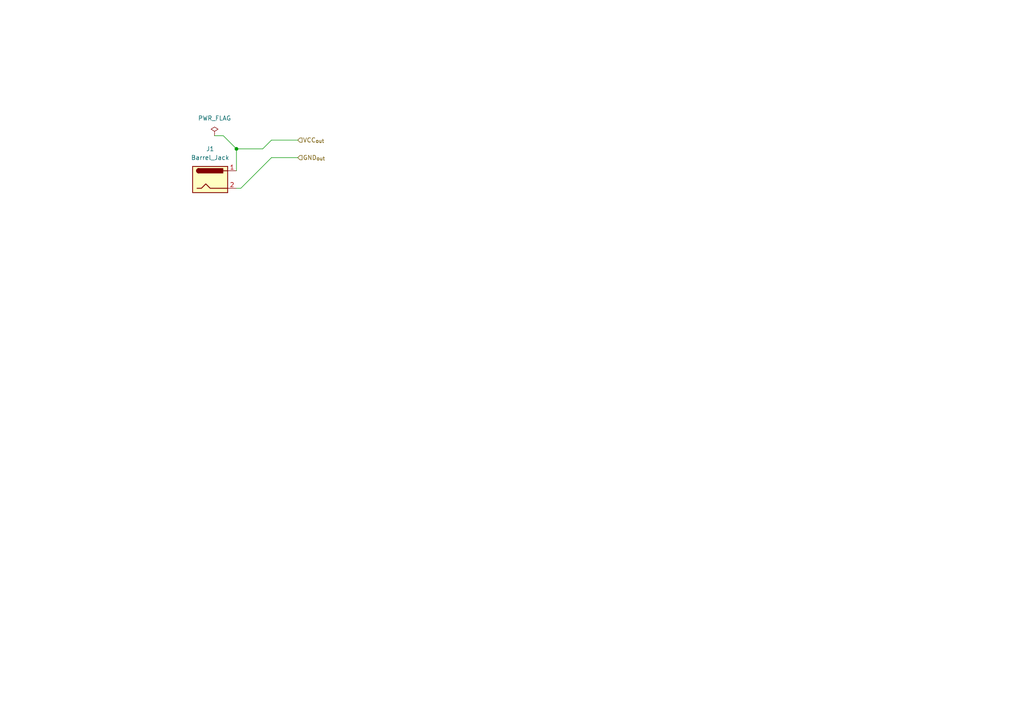
<source format=kicad_sch>
(kicad_sch
	(version 20250114)
	(generator "eeschema")
	(generator_version "9.0")
	(uuid "4c31a8a2-a9a5-4fb8-a06e-d375c158faf3")
	(paper "A4")
	(lib_symbols
		(symbol "Connector:Barrel_Jack"
			(pin_names
				(offset 1.016)
			)
			(exclude_from_sim no)
			(in_bom yes)
			(on_board yes)
			(property "Reference" "J"
				(at 0 5.334 0)
				(effects
					(font
						(size 1.27 1.27)
					)
				)
			)
			(property "Value" "Barrel_Jack"
				(at 0 -5.08 0)
				(effects
					(font
						(size 1.27 1.27)
					)
				)
			)
			(property "Footprint" ""
				(at 1.27 -1.016 0)
				(effects
					(font
						(size 1.27 1.27)
					)
					(hide yes)
				)
			)
			(property "Datasheet" "~"
				(at 1.27 -1.016 0)
				(effects
					(font
						(size 1.27 1.27)
					)
					(hide yes)
				)
			)
			(property "Description" "DC Barrel Jack"
				(at 0 0 0)
				(effects
					(font
						(size 1.27 1.27)
					)
					(hide yes)
				)
			)
			(property "ki_keywords" "DC power barrel jack connector"
				(at 0 0 0)
				(effects
					(font
						(size 1.27 1.27)
					)
					(hide yes)
				)
			)
			(property "ki_fp_filters" "BarrelJack*"
				(at 0 0 0)
				(effects
					(font
						(size 1.27 1.27)
					)
					(hide yes)
				)
			)
			(symbol "Barrel_Jack_0_1"
				(rectangle
					(start -5.08 3.81)
					(end 5.08 -3.81)
					(stroke
						(width 0.254)
						(type default)
					)
					(fill
						(type background)
					)
				)
				(polyline
					(pts
						(xy -3.81 -2.54) (xy -2.54 -2.54) (xy -1.27 -1.27) (xy 0 -2.54) (xy 2.54 -2.54) (xy 5.08 -2.54)
					)
					(stroke
						(width 0.254)
						(type default)
					)
					(fill
						(type none)
					)
				)
				(arc
					(start -3.302 1.905)
					(mid -3.9343 2.54)
					(end -3.302 3.175)
					(stroke
						(width 0.254)
						(type default)
					)
					(fill
						(type none)
					)
				)
				(arc
					(start -3.302 1.905)
					(mid -3.9343 2.54)
					(end -3.302 3.175)
					(stroke
						(width 0.254)
						(type default)
					)
					(fill
						(type outline)
					)
				)
				(rectangle
					(start 3.683 3.175)
					(end -3.302 1.905)
					(stroke
						(width 0.254)
						(type default)
					)
					(fill
						(type outline)
					)
				)
				(polyline
					(pts
						(xy 5.08 2.54) (xy 3.81 2.54)
					)
					(stroke
						(width 0.254)
						(type default)
					)
					(fill
						(type none)
					)
				)
			)
			(symbol "Barrel_Jack_1_1"
				(pin passive line
					(at 7.62 2.54 180)
					(length 2.54)
					(name "~"
						(effects
							(font
								(size 1.27 1.27)
							)
						)
					)
					(number "1"
						(effects
							(font
								(size 1.27 1.27)
							)
						)
					)
				)
				(pin passive line
					(at 7.62 -2.54 180)
					(length 2.54)
					(name "~"
						(effects
							(font
								(size 1.27 1.27)
							)
						)
					)
					(number "2"
						(effects
							(font
								(size 1.27 1.27)
							)
						)
					)
				)
			)
			(embedded_fonts no)
		)
		(symbol "power:PWR_FLAG"
			(power)
			(pin_numbers
				(hide yes)
			)
			(pin_names
				(offset 0)
				(hide yes)
			)
			(exclude_from_sim no)
			(in_bom yes)
			(on_board yes)
			(property "Reference" "#FLG"
				(at 0 1.905 0)
				(effects
					(font
						(size 1.27 1.27)
					)
					(hide yes)
				)
			)
			(property "Value" "PWR_FLAG"
				(at 0 3.81 0)
				(effects
					(font
						(size 1.27 1.27)
					)
				)
			)
			(property "Footprint" ""
				(at 0 0 0)
				(effects
					(font
						(size 1.27 1.27)
					)
					(hide yes)
				)
			)
			(property "Datasheet" "~"
				(at 0 0 0)
				(effects
					(font
						(size 1.27 1.27)
					)
					(hide yes)
				)
			)
			(property "Description" "Special symbol for telling ERC where power comes from"
				(at 0 0 0)
				(effects
					(font
						(size 1.27 1.27)
					)
					(hide yes)
				)
			)
			(property "ki_keywords" "flag power"
				(at 0 0 0)
				(effects
					(font
						(size 1.27 1.27)
					)
					(hide yes)
				)
			)
			(symbol "PWR_FLAG_0_0"
				(pin power_out line
					(at 0 0 90)
					(length 0)
					(name "~"
						(effects
							(font
								(size 1.27 1.27)
							)
						)
					)
					(number "1"
						(effects
							(font
								(size 1.27 1.27)
							)
						)
					)
				)
			)
			(symbol "PWR_FLAG_0_1"
				(polyline
					(pts
						(xy 0 0) (xy 0 1.27) (xy -1.016 1.905) (xy 0 2.54) (xy 1.016 1.905) (xy 0 1.27)
					)
					(stroke
						(width 0)
						(type default)
					)
					(fill
						(type none)
					)
				)
			)
			(embedded_fonts no)
		)
	)
	(junction
		(at 68.58 43.18)
		(diameter 0)
		(color 0 0 0 0)
		(uuid "5c3086f4-c85f-4f1a-b5b2-88f57c107b22")
	)
	(wire
		(pts
			(xy 68.58 54.61) (xy 69.85 54.61)
		)
		(stroke
			(width 0)
			(type default)
		)
		(uuid "3ea8788d-93c0-466f-b333-b0c936027a76")
	)
	(wire
		(pts
			(xy 64.77 39.37) (xy 68.58 43.18)
		)
		(stroke
			(width 0)
			(type default)
		)
		(uuid "66c16b7f-e378-4d00-a4ae-80a5d4a1e0e7")
	)
	(wire
		(pts
			(xy 62.23 39.37) (xy 64.77 39.37)
		)
		(stroke
			(width 0)
			(type default)
		)
		(uuid "9055224a-c393-44ce-9655-a759e39ebf6d")
	)
	(wire
		(pts
			(xy 78.74 40.64) (xy 86.36 40.64)
		)
		(stroke
			(width 0)
			(type default)
		)
		(uuid "95a1ee13-17f5-49a7-96cb-03e8cbfd2b13")
	)
	(wire
		(pts
			(xy 68.58 43.18) (xy 76.2 43.18)
		)
		(stroke
			(width 0)
			(type default)
		)
		(uuid "a192c2d1-0474-4d76-b1ab-8b058a6b2e6e")
	)
	(wire
		(pts
			(xy 76.2 43.18) (xy 78.74 40.64)
		)
		(stroke
			(width 0)
			(type default)
		)
		(uuid "bdfa8ce8-b7f5-4728-80a3-f8173bd65975")
	)
	(wire
		(pts
			(xy 68.58 43.18) (xy 68.58 49.53)
		)
		(stroke
			(width 0)
			(type default)
		)
		(uuid "c83acf8b-4a5e-45d3-9e93-d9b8150ea874")
	)
	(wire
		(pts
			(xy 69.85 54.61) (xy 78.74 45.72)
		)
		(stroke
			(width 0)
			(type default)
		)
		(uuid "f185d494-8d2c-495c-bc71-bb1e47e936dc")
	)
	(wire
		(pts
			(xy 78.74 45.72) (xy 86.36 45.72)
		)
		(stroke
			(width 0)
			(type default)
		)
		(uuid "ff54da8d-9563-4741-ab41-d8900747257a")
	)
	(hierarchical_label "VCC_{out}"
		(shape input)
		(at 86.36 40.64 0)
		(effects
			(font
				(size 1.27 1.27)
			)
			(justify left)
		)
		(uuid "098e6191-cdbe-4ae0-afad-e4919633a3c8")
	)
	(hierarchical_label "GND_{out}"
		(shape input)
		(at 86.36 45.72 0)
		(effects
			(font
				(size 1.27 1.27)
			)
			(justify left)
		)
		(uuid "f97afb93-c2de-47bf-b3bf-e9cdfbb0d28c")
	)
	(symbol
		(lib_id "power:PWR_FLAG")
		(at 62.23 39.37 0)
		(unit 1)
		(exclude_from_sim no)
		(in_bom yes)
		(on_board yes)
		(dnp no)
		(fields_autoplaced yes)
		(uuid "5f8a4f5e-f3ef-4af9-b85f-bce7e5b1317f")
		(property "Reference" "#FLG01"
			(at 62.23 37.465 0)
			(effects
				(font
					(size 1.27 1.27)
				)
				(hide yes)
			)
		)
		(property "Value" "PWR_FLAG"
			(at 62.23 34.29 0)
			(effects
				(font
					(size 1.27 1.27)
				)
			)
		)
		(property "Footprint" ""
			(at 62.23 39.37 0)
			(effects
				(font
					(size 1.27 1.27)
				)
				(hide yes)
			)
		)
		(property "Datasheet" "~"
			(at 62.23 39.37 0)
			(effects
				(font
					(size 1.27 1.27)
				)
				(hide yes)
			)
		)
		(property "Description" "Special symbol for telling ERC where power comes from"
			(at 62.23 39.37 0)
			(effects
				(font
					(size 1.27 1.27)
				)
				(hide yes)
			)
		)
		(pin "1"
			(uuid "d3d68063-dc2f-48bc-8820-070bade5bb7f")
		)
		(instances
			(project "motherboard"
				(path "/bb7788bc-5c3c-457d-a542-d32d0d539aef/8290c314-899f-4255-8dc8-286be6495f1e"
					(reference "#FLG01")
					(unit 1)
				)
			)
		)
	)
	(symbol
		(lib_id "Connector:Barrel_Jack")
		(at 60.96 52.07 0)
		(unit 1)
		(exclude_from_sim no)
		(in_bom yes)
		(on_board yes)
		(dnp no)
		(fields_autoplaced yes)
		(uuid "d00b1a1a-fe72-42fd-94ba-b58ffdc0d46a")
		(property "Reference" "J1"
			(at 60.96 43.18 0)
			(effects
				(font
					(size 1.27 1.27)
				)
			)
		)
		(property "Value" "Barrel_Jack"
			(at 60.96 45.72 0)
			(effects
				(font
					(size 1.27 1.27)
				)
			)
		)
		(property "Footprint" "Connector_BarrelJack:BarrelJack_Horizontal"
			(at 62.23 53.086 0)
			(effects
				(font
					(size 1.27 1.27)
				)
				(hide yes)
			)
		)
		(property "Datasheet" "~"
			(at 62.23 53.086 0)
			(effects
				(font
					(size 1.27 1.27)
				)
				(hide yes)
			)
		)
		(property "Description" "DC Barrel Jack"
			(at 60.96 52.07 0)
			(effects
				(font
					(size 1.27 1.27)
				)
				(hide yes)
			)
		)
		(pin "2"
			(uuid "f9522453-5d78-4bbc-8ee5-3e45c72e3240")
		)
		(pin "1"
			(uuid "307f2cb0-d089-4297-abae-2cd59f1d6cd0")
		)
		(instances
			(project "motherboard"
				(path "/bb7788bc-5c3c-457d-a542-d32d0d539aef/8290c314-899f-4255-8dc8-286be6495f1e"
					(reference "J1")
					(unit 1)
				)
			)
		)
	)
)

</source>
